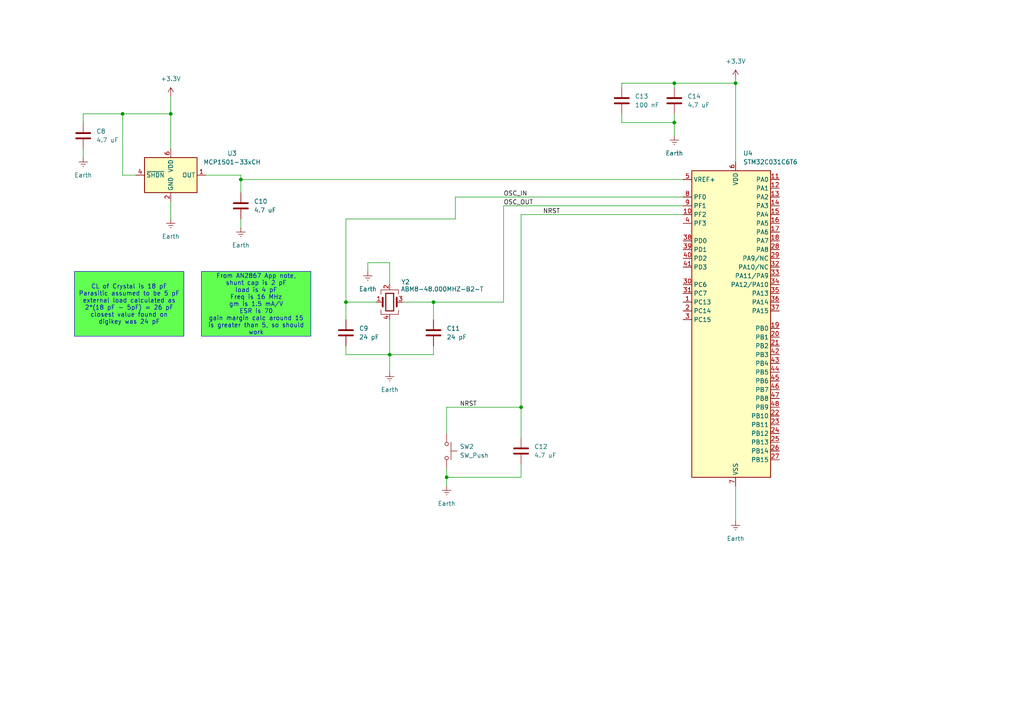
<source format=kicad_sch>
(kicad_sch (version 20231120) (generator "eeschema") (generator_version "8.0")
  (paper "A4")
  (lib_symbols
    (symbol "Device:C" (pin_numbers hide) (pin_names (offset 0.254))
      (property "Reference" "C" (at 0.635 2.54 0))
      (property "Value" "C" (at 0.635 -2.54 0))
      (symbol "C_0_1"
        (polyline (pts (xy -2.032 -0.762) (xy 2.032 -0.762)) (stroke (width 0.508)))
        (polyline (pts (xy -2.032 0.762) (xy 2.032 0.762)) (stroke (width 0.508)))
      )
      (symbol "C_1_1"
        (pin passive line (at 0 3.81 270) (length 2.794) (name "~") (number "1"))
        (pin passive line (at 0 -3.81 90) (length 2.794) (name "~") (number "2"))
      )
    )
    (symbol "Device:Crystal_GND24" (pin_names (offset 1.016) hide)
      (property "Reference" "Y" (at 3.175 5.08 0))
      (property "Value" "Crystal_GND24" (at 3.175 3.175 0))
      (symbol "Crystal_GND24_0_1"
        (rectangle (start -1.143 2.54) (end 1.143 -2.54) (stroke (width 0.3048)))
        (polyline (pts (xy -2.54 0) (xy -2.032 0)))
        (polyline (pts (xy -2.032 -1.27) (xy -2.032 1.27)) (stroke (width 0.508)))
        (polyline (pts (xy 0 -3.81) (xy 0 -3.556)))
        (polyline (pts (xy 0 3.556) (xy 0 3.81)))
        (polyline (pts (xy 2.032 -1.27) (xy 2.032 1.27)) (stroke (width 0.508)))
        (polyline (pts (xy 2.032 0) (xy 2.54 0)))
        (polyline (pts (xy -2.54 -2.286) (xy -2.54 -3.556) (xy 2.54 -3.556) (xy 2.54 -2.286)))
        (polyline (pts (xy -2.54 2.286) (xy -2.54 3.556) (xy 2.54 3.556) (xy 2.54 2.286)))
      )
      (symbol "Crystal_GND24_1_1"
        (pin passive line (at -3.81 0 0) (length 1.27) (name "1") (number "1"))
        (pin passive line (at 0 5.08 270) (length 1.27) (name "2") (number "2"))
        (pin passive line (at 3.81 0 180) (length 1.27) (name "3") (number "3"))
        (pin passive line (at 0 -5.08 90) (length 1.27) (name "4") (number "4"))
      )
    )
    (symbol "MCU_ST_STM32C0:STM32C031C6Tx"
      (property "Reference" "U" (at -10.16 46.99 0))
      (property "Value" "STM32C031C6Tx" (at 5.08 46.99 0))
      (symbol "STM32C031C6Tx_0_1"
        (rectangle (start -10.16 -43.18) (end 12.7 45.72) (stroke (width 0.254)) (fill (type background)))
      )
      (symbol "STM32C031C6Tx_1_1"
        (pin bidirectional line (at -12.7 7.62 0) (length 2.54) (name "PC13") (number "1"))
        (pin bidirectional line (at -12.7 33.02 0) (length 2.54) (name "PF2") (number "10"))
        (pin bidirectional line (at 15.24 43.18 180) (length 2.54) (name "PA0") (number "11"))
        (pin bidirectional line (at 15.24 40.64 180) (length 2.54) (name "PA1") (number "12"))
        (pin bidirectional line (at 15.24 38.1 180) (length 2.54) (name "PA2") (number "13"))
        (pin bidirectional line (at 15.24 35.56 180) (length 2.54) (name "PA3") (number "14"))
        (pin bidirectional line (at 15.24 33.02 180) (length 2.54) (name "PA4") (number "15"))
        (pin bidirectional line (at 15.24 30.48 180) (length 2.54) (name "PA5") (number "16"))
        (pin bidirectional line (at 15.24 27.94 180) (length 2.54) (name "PA6") (number "17"))
        (pin bidirectional line (at 15.24 25.4 180) (length 2.54) (name "PA7") (number "18"))
        (pin bidirectional line (at 15.24 0 180) (length 2.54) (name "PB0") (number "19"))
        (pin bidirectional line (at -12.7 5.08 0) (length 2.54) (name "PC14") (number "2"))
        (pin bidirectional line (at 15.24 -2.54 180) (length 2.54) (name "PB1") (number "20"))
        (pin bidirectional line (at 15.24 -5.08 180) (length 2.54) (name "PB2") (number "21"))
        (pin bidirectional line (at 15.24 -25.4 180) (length 2.54) (name "PB10") (number "22"))
        (pin bidirectional line (at 15.24 -27.94 180) (length 2.54) (name "PB11") (number "23"))
        (pin bidirectional line (at 15.24 -30.48 180) (length 2.54) (name "PB12") (number "24"))
        (pin bidirectional line (at 15.24 -33.02 180) (length 2.54) (name "PB13") (number "25"))
        (pin bidirectional line (at 15.24 -35.56 180) (length 2.54) (name "PB14") (number "26"))
        (pin bidirectional line (at 15.24 -38.1 180) (length 2.54) (name "PB15") (number "27"))
        (pin bidirectional line (at 15.24 22.86 180) (length 2.54) (name "PA8") (number "28"))
        (pin bidirectional line (at 15.24 20.32 180) (length 2.54) (name "PA9/NC") (number "29"))
        (pin bidirectional line (at -12.7 2.54 0) (length 2.54) (name "PC15") (number "3"))
        (pin bidirectional line (at -12.7 12.7 0) (length 2.54) (name "PC6") (number "30"))
        (pin bidirectional line (at -12.7 10.16 0) (length 2.54) (name "PC7") (number "31"))
        (pin bidirectional line (at 15.24 17.78 180) (length 2.54) (name "PA10/NC") (number "32"))
        (pin bidirectional line (at 15.24 15.24 180) (length 2.54) (name "PA11/PA9") (number "33"))
        (pin bidirectional line (at 15.24 12.7 180) (length 2.54) (name "PA12/PA10") (number "34"))
        (pin bidirectional line (at 15.24 10.16 180) (length 2.54) (name "PA13") (number "35"))
        (pin bidirectional line (at 15.24 7.62 180) (length 2.54) (name "PA14") (number "36"))
        (pin bidirectional line (at 15.24 5.08 180) (length 2.54) (name "PA15") (number "37"))
        (pin bidirectional line (at -12.7 25.4 0) (length 2.54) (name "PD0") (number "38"))
        (pin bidirectional line (at -12.7 22.86 0) (length 2.54) (name "PD1") (number "39"))
        (pin bidirectional line (at -12.7 30.48 0) (length 2.54) (name "PF3") (number "4"))
        (pin bidirectional line (at -12.7 20.32 0) (length 2.54) (name "PD2") (number "40"))
        (pin bidirectional line (at -12.7 17.78 0) (length 2.54) (name "PD3") (number "41"))
        (pin bidirectional line (at 15.24 -7.62 180) (length 2.54) (name "PB3") (number "42"))
        (pin bidirectional line (at 15.24 -10.16 180) (length 2.54) (name "PB4") (number "43"))
        (pin bidirectional line (at 15.24 -12.7 180) (length 2.54) (name "PB5") (number "44"))
        (pin bidirectional line (at 15.24 -15.24 180) (length 2.54) (name "PB6") (number "45"))
        (pin bidirectional line (at 15.24 -17.78 180) (length 2.54) (name "PB7") (number "46"))
        (pin bidirectional line (at 15.24 -20.32 180) (length 2.54) (name "PB8") (number "47"))
        (pin bidirectional line (at 15.24 -22.86 180) (length 2.54) (name "PB9") (number "48"))
        (pin input line (at -12.7 43.18 0) (length 2.54) (name "VREF+") (number "5"))
        (pin power_in line (at 2.54 48.26 270) (length 2.54) (name "VDD") (number "6"))
        (pin power_in line (at 2.54 -45.72 90) (length 2.54) (name "VSS") (number "7"))
        (pin bidirectional line (at -12.7 38.1 0) (length 2.54) (name "PF0") (number "8"))
        (pin bidirectional line (at -12.7 35.56 0) (length 2.54) (name "PF1") (number "9"))
      )
    )
    (symbol "Reference_Voltage:MCP1501-33xCH"
      (property "Reference" "U" (at -6.35 6.35 0))
      (property "Value" "MCP1501-33xCH" (at 10.16 6.35 0))
      (symbol "MCP1501-33xCH_0_0"
        (pin power_out line (at 10.16 0 180) (length 2.54) (name "OUT") (number "1"))
        (pin power_in line (at 0 -7.62 90) (length 2.54) (name "GND") (number "2"))
        (pin passive line (at 0 -7.62 90) (length 2.54) hide (name "GND") (number "3"))
        (pin input line (at -10.16 0 0) (length 2.54) (name "~{SHDN}") (number "4"))
        (pin passive line (at 0 -7.62 90) (length 2.54) hide (name "GND") (number "5"))
        (pin power_in line (at 0 7.62 270) (length 2.54) (name "VDD") (number "6"))
      )
      (symbol "MCP1501-33xCH_0_1"
        (rectangle (start -7.62 5.08) (end 7.62 -5.08) (stroke (width 0.254)) (fill (type background)))
      )
    )
    (symbol "Switch:SW_Push" (pin_numbers hide) (pin_names (offset 1.016) hide)
      (property "Reference" "SW" (at 1.27 2.54 0))
      (property "Value" "SW_Push" (at 0 -1.524 0))
      (symbol "SW_Push_0_1"
        (circle (center -2.032 0) (radius 0.508))
        (polyline (pts (xy 0 1.27) (xy 0 3.048)))
        (polyline (pts (xy 2.54 1.27) (xy -2.54 1.27)))
        (circle (center 2.032 0) (radius 0.508))
        (pin passive line (at -5.08 0 0) (length 2.54) (name "1") (number "1"))
        (pin passive line (at 5.08 0 180) (length 2.54) (name "2") (number "2"))
      )
    )
    (symbol "power:+3.3V" (power) (pin_numbers hide) (pin_names (offset 0) hide)
      (property "Value" "+3.3V" (at 0 3.556 0))
      (symbol "+3.3V_0_1"
        (polyline (pts (xy -0.762 1.27) (xy 0 2.54)))
        (polyline (pts (xy 0 0) (xy 0 2.54)))
        (polyline (pts (xy 0 2.54) (xy 0.762 1.27)))
      )
      (symbol "+3.3V_1_1"
        (pin power_in line (at 0 0 90) (length 0) (name "~") (number "1"))
      )
    )
    (symbol "power:Earth" (power) (pin_numbers hide) (pin_names (offset 0) hide)
      (property "Value" "Earth" (at 0 -3.81 0))
      (symbol "Earth_0_1"
        (polyline (pts (xy -0.635 -1.905) (xy 0.635 -1.905)))
        (polyline (pts (xy -0.127 -2.54) (xy 0.127 -2.54)))
        (polyline (pts (xy 0 -1.27) (xy 0 0)))
        (polyline (pts (xy 1.27 -1.27) (xy -1.27 -1.27)))
      )
      (symbol "Earth_1_1"
        (pin power_in line (at 0 0 270) (length 0) (name "~") (number "1"))
      )
    )
  )
  (junction (at 35.56 33.02))
  (junction (at 213.36 24.13))
  (junction (at 151.13 118.11))
  (junction (at 195.58 35.56))
  (junction (at 125.73 87.63))
  (junction (at 129.54 138.43))
  (junction (at 100.33 87.63))
  (junction (at 49.53 33.02))
  (junction (at 195.58 24.13))
  (junction (at 69.85 52.07))
  (junction (at 113.03 102.87))
  (wire (pts (xy 49.53 33.02) (xy 49.53 43.18)))
  (wire (pts (xy 146.05 59.69) (xy 198.12 59.69)))
  (wire (pts (xy 39.37 50.8) (xy 35.56 50.8)))
  (wire (pts (xy 151.13 134.62) (xy 151.13 138.43)))
  (wire (pts (xy 100.33 92.71) (xy 100.33 87.63)))
  (wire (pts (xy 195.58 35.56) (xy 195.58 39.37)))
  (wire (pts (xy 100.33 102.87) (xy 113.03 102.87)))
  (wire (pts (xy 35.56 50.8) (xy 35.56 33.02)))
  (wire (pts (xy 113.03 76.2) (xy 106.68 76.2)))
  (wire (pts (xy 113.03 92.71) (xy 113.03 102.87)))
  (wire (pts (xy 151.13 138.43) (xy 129.54 138.43)))
  (wire (pts (xy 69.85 52.07) (xy 198.12 52.07)))
  (wire (pts (xy 129.54 118.11) (xy 129.54 125.73)))
  (wire (pts (xy 100.33 102.87) (xy 100.33 100.33)))
  (wire (pts (xy 113.03 102.87) (xy 125.73 102.87)))
  (wire (pts (xy 129.54 138.43) (xy 129.54 140.97)))
  (wire (pts (xy 24.13 33.02) (xy 24.13 35.56)))
  (wire (pts (xy 195.58 33.02) (xy 195.58 35.56)))
  (wire (pts (xy 180.34 24.13) (xy 195.58 24.13)))
  (wire (pts (xy 106.68 76.2) (xy 106.68 78.74)))
  (wire (pts (xy 69.85 63.5) (xy 69.85 66.04)))
  (wire (pts (xy 69.85 52.07) (xy 69.85 55.88)))
  (wire (pts (xy 151.13 127) (xy 151.13 118.11)))
  (wire (pts (xy 125.73 102.87) (xy 125.73 100.33)))
  (wire (pts (xy 180.34 33.02) (xy 180.34 35.56)))
  (wire (pts (xy 116.84 87.63) (xy 125.73 87.63)))
  (wire (pts (xy 132.08 57.15) (xy 198.12 57.15)))
  (wire (pts (xy 113.03 102.87) (xy 113.03 107.95)))
  (wire (pts (xy 49.53 58.42) (xy 49.53 63.5)))
  (wire (pts (xy 129.54 118.11) (xy 151.13 118.11)))
  (wire (pts (xy 213.36 140.97) (xy 213.36 151.13)))
  (wire (pts (xy 35.56 33.02) (xy 24.13 33.02)))
  (wire (pts (xy 213.36 22.86) (xy 213.36 24.13)))
  (wire (pts (xy 24.13 43.18) (xy 24.13 45.72)))
  (wire (pts (xy 49.53 33.02) (xy 35.56 33.02)))
  (wire (pts (xy 213.36 24.13) (xy 213.36 46.99)))
  (wire (pts (xy 49.53 27.94) (xy 49.53 33.02)))
  (wire (pts (xy 129.54 135.89) (xy 129.54 138.43)))
  (wire (pts (xy 180.34 35.56) (xy 195.58 35.56)))
  (wire (pts (xy 59.69 50.8) (xy 69.85 50.8)))
  (wire (pts (xy 180.34 24.13) (xy 180.34 25.4)))
  (wire (pts (xy 125.73 92.71) (xy 125.73 87.63)))
  (wire (pts (xy 195.58 24.13) (xy 195.58 25.4)))
  (wire (pts (xy 113.03 82.55) (xy 113.03 76.2)))
  (wire (pts (xy 100.33 63.5) (xy 132.08 63.5)))
  (wire (pts (xy 146.05 87.63) (xy 146.05 59.69)))
  (wire (pts (xy 195.58 24.13) (xy 213.36 24.13)))
  (wire (pts (xy 69.85 50.8) (xy 69.85 52.07)))
  (wire (pts (xy 100.33 87.63) (xy 109.22 87.63)))
  (wire (pts (xy 151.13 118.11) (xy 151.13 62.23)))
  (wire (pts (xy 125.73 87.63) (xy 146.05 87.63)))
  (wire (pts (xy 132.08 63.5) (xy 132.08 57.15)))
  (wire (pts (xy 151.13 62.23) (xy 198.12 62.23)))
  (wire (pts (xy 100.33 87.63) (xy 100.33 63.5)))
  (text_box "CL of Crystal is 18 pF\nParasitic assumed to be 5 pF\nexternal load calculated as 2*(18 pF - 5pF) = 26 pF\nclosest value found on digikey was 24 pF" (at 21.59 78.74 0) (size 31.75 18.7571) (fill (type color) (color 97 255 80 1)) (effects (font (size 1.27 1.27))))
  (text_box "From AN2867 App note,\nshunt cap is 2 pF\nload is 4 pF\nFreq is 16 MHz\ngm is 1.5 mA/V\nESR is 70\ngain margin calc around 15\nis greater than 5, so should work\n" (at 58.42 78.74 0) (size 31.75 18.7571) (fill (type color) (color 97 255 80 1)) (effects (font (size 1.27 1.27))))
  (label "OSC_IN" (at 146.05 57.15 0))
  (label "NRST" (at 133.35 118.11 0))
  (label "OSC_OUT" (at 146.05 59.69 0))
  (label "NRST" (at 157.48 62.23 0))
  (symbol (lib_id "power:Earth") (at 69.85 66.04 0) (unit 1)
    (property "Reference" "#PWR016" (effects (hide yes)))
    (property "Value" "Earth" (at 69.85 71.12 0))
    (property "Description" "Power symbol creates a global label with name \"Earth\"" (effects (hide yes)))
  )
  (symbol (lib_id "power:+3.3V") (at 213.36 22.86 0) (unit 1)
    (property "Reference" "#PWR019" (effects (hide yes)))
    (property "Value" "+3.3V" (at 213.36 17.78 0))
    (property "Description" "Power symbol creates a global label with name \"+3.3V\"" (effects (hide yes)))
  )
  (symbol (lib_id "power:Earth") (at 129.54 140.97 0) (unit 1)
    (property "Reference" "#PWR017" (effects (hide yes)))
    (property "Value" "Earth" (at 129.54 146.05 0))
    (property "Description" "Power symbol creates a global label with name \"Earth\"" (effects (hide yes)))
  )
  (symbol (lib_id "power:Earth") (at 195.58 39.37 0) (unit 1)
    (property "Reference" "#PWR018" (effects (hide yes)))
    (property "Value" "Earth" (at 195.58 44.45 0))
    (property "Description" "Power symbol creates a global label with name \"Earth\"" (effects (hide yes)))
  )
  (symbol (lib_id "Device:C") (at 100.33 96.52 0) (unit 1)
    (property "Reference" "C9" (at 104.14 95.2499 0) (effects (justify left)))
    (property "Value" "24 pF" (at 104.14 97.7899 0) (effects (justify left)))
    (property "Description" "Unpolarized capacitor" (effects (hide yes)))
  )
  (symbol (lib_id "Device:C") (at 24.13 39.37 0) (unit 1)
    (property "Reference" "C8" (at 27.94 38.0999 0) (effects (justify left)))
    (property "Value" "4.7 uF" (at 27.94 40.6399 0) (effects (justify left)))
    (property "Description" "Unpolarized capacitor" (effects (hide yes)))
  )
  (symbol (lib_id "power:+3.3V") (at 49.53 27.94 0) (unit 1)
    (property "Reference" "#PWR012" (effects (hide yes)))
    (property "Value" "+3.3V" (at 49.53 22.86 0))
    (property "Description" "Power symbol creates a global label with name \"+3.3V\"" (effects (hide yes)))
  )
  (symbol (lib_id "Device:Crystal_GND24") (at 113.03 87.63 0) (unit 1)
    (property "Reference" "Y2" (at 117.602 81.788 0))
    (property "Value" "ABM8-48.000MHZ-B2-T" (at 128.27 83.8514 0))
    (property "Description" "Four pin crystal, GND on pins 2 and 4" (effects (hide yes)))
  )
  (symbol (lib_id "Device:C") (at 69.85 59.69 0) (unit 1)
    (property "Reference" "C10" (at 73.66 58.4199 0) (effects (justify left)))
    (property "Value" "4.7 uF" (at 73.66 60.9599 0) (effects (justify left)))
    (property "Description" "Unpolarized capacitor" (effects (hide yes)))
  )
  (symbol (lib_id "Device:C") (at 125.73 96.52 0) (unit 1)
    (property "Reference" "C11" (at 129.54 95.2499 0) (effects (justify left)))
    (property "Value" "24 pF" (at 129.54 97.7899 0) (effects (justify left)))
    (property "Description" "Unpolarized capacitor" (effects (hide yes)))
  )
  (symbol (lib_id "Device:C") (at 151.13 130.81 0) (unit 1)
    (property "Reference" "C12" (at 154.94 129.5399 0) (effects (justify left)))
    (property "Value" "4.7 uF" (at 154.94 132.0799 0) (effects (justify left)))
    (property "Description" "Unpolarized capacitor" (effects (hide yes)))
  )
  (symbol (lib_id "power:Earth") (at 106.68 78.74 0) (unit 1)
    (property "Reference" "#PWR014" (effects (hide yes)))
    (property "Value" "Earth" (at 106.68 83.82 0))
    (property "Description" "Power symbol creates a global label with name \"Earth\"" (effects (hide yes)))
  )
  (symbol (lib_id "power:Earth") (at 213.36 151.13 0) (unit 1)
    (property "Reference" "#PWR020" (effects (hide yes)))
    (property "Value" "Earth" (at 213.36 156.21 0))
    (property "Description" "Power symbol creates a global label with name \"Earth\"" (effects (hide yes)))
  )
  (symbol (lib_id "power:Earth") (at 24.13 45.72 0) (unit 1)
    (property "Reference" "#PWR011" (effects (hide yes)))
    (property "Value" "Earth" (at 24.13 50.8 0))
    (property "Description" "Power symbol creates a global label with name \"Earth\"" (effects (hide yes)))
  )
  (symbol (lib_id "Reference_Voltage:MCP1501-33xCH") (at 49.53 50.8 0) (unit 1)
    (property "Reference" "U3" (at 67.31 44.4814 0))
    (property "Value" "MCP1501-33xCH" (at 67.31 47.0214 0))
    (property "Footprint" "Package_TO_SOT_SMD:SOT-23-6" (effects (hide yes)))
    (property "Datasheet" "http://ww1.microchip.com/downloads/en/DeviceDoc/20005474E.pdf" (effects (hide yes)))
    (property "Description" "3.3V, 0.1%, 20mA, Precision Voltage Reference, SOT-23-6" (effects (hide yes)))
  )
  (symbol (lib_id "power:Earth") (at 113.03 107.95 0) (unit 1)
    (property "Reference" "#PWR015" (effects (hide yes)))
    (property "Value" "Earth" (at 113.03 113.03 0))
    (property "Description" "Power symbol creates a global label with name \"Earth\"" (effects (hide yes)))
  )
  (symbol (lib_id "Device:C") (at 180.34 29.21 0) (unit 1)
    (property "Reference" "C13" (at 184.15 27.9399 0) (effects (justify left)))
    (property "Value" "100 nF" (at 184.15 30.4799 0) (effects (justify left)))
    (property "Description" "Unpolarized capacitor" (effects (hide yes)))
  )
  (symbol (lib_id "MCU_ST_STM32C0:STM32C031C6Tx") (at 210.82 95.25 0) (unit 1)
    (property "Reference" "U4" (at 215.5541 44.45 0) (effects (justify left)))
    (property "Value" "STM32C031C6T6" (at 215.5541 46.99 0) (effects (justify left)))
    (property "Footprint" "Package_QFP:LQFP-48_7x7mm_P0.5mm" (effects (hide yes)))
    (property "Datasheet" "https://www.st.com/resource/en/datasheet/stm32c031c6.pdf" (effects (hide yes)))
    (property "Description" "STMicroelectronics Arm Cortex-M0+ MCU, 32KB flash, 12KB RAM, 48 MHz, 2.0-3.6V, 45 GPIO, LQFP48" (effects (hide yes)))
  )
  (symbol (lib_id "Device:C") (at 195.58 29.21 0) (unit 1)
    (property "Reference" "C14" (at 199.39 27.9399 0) (effects (justify left)))
    (property "Value" "4.7 uF" (at 199.39 30.4799 0) (effects (justify left)))
    (property "Description" "Unpolarized capacitor" (effects (hide yes)))
  )
  (symbol (lib_id "power:Earth") (at 49.53 63.5 0) (unit 1)
    (property "Reference" "#PWR013" (effects (hide yes)))
    (property "Value" "Earth" (at 49.53 68.58 0))
    (property "Description" "Power symbol creates a global label with name \"Earth\"" (effects (hide yes)))
  )
  (symbol (lib_id "Switch:SW_Push") (at 129.54 130.81 270) (unit 1)
    (property "Reference" "SW2" (at 133.35 129.5399 90) (effects (justify left)))
    (property "Value" "SW_Push" (at 133.35 132.0799 90) (effects (justify left)))
    (property "Description" "Push button switch, generic, two pins" (effects (hide yes)))
  )
)
</source>
